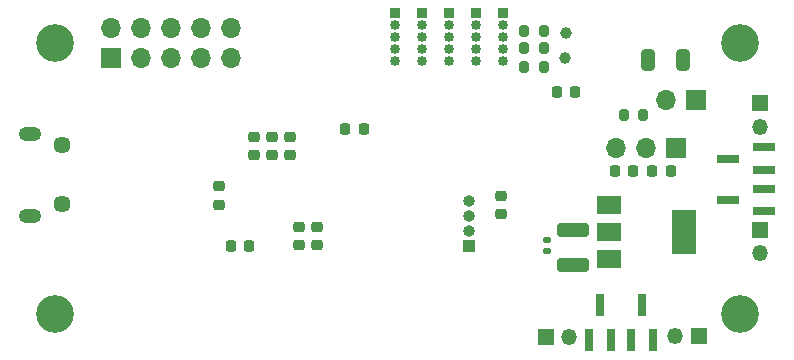
<source format=gbr>
G04 #@! TF.GenerationSoftware,KiCad,Pcbnew,(6.0.7)*
G04 #@! TF.CreationDate,2022-10-20T14:14:45-04:00*
G04 #@! TF.ProjectId,ECE477_PCB,45434534-3737-45f5-9043-422e6b696361,rev?*
G04 #@! TF.SameCoordinates,PX2daf690PY1aab7d8*
G04 #@! TF.FileFunction,Soldermask,Bot*
G04 #@! TF.FilePolarity,Negative*
%FSLAX46Y46*%
G04 Gerber Fmt 4.6, Leading zero omitted, Abs format (unit mm)*
G04 Created by KiCad (PCBNEW (6.0.7)) date 2022-10-20 14:14:45*
%MOMM*%
%LPD*%
G01*
G04 APERTURE LIST*
G04 Aperture macros list*
%AMRoundRect*
0 Rectangle with rounded corners*
0 $1 Rounding radius*
0 $2 $3 $4 $5 $6 $7 $8 $9 X,Y pos of 4 corners*
0 Add a 4 corners polygon primitive as box body*
4,1,4,$2,$3,$4,$5,$6,$7,$8,$9,$2,$3,0*
0 Add four circle primitives for the rounded corners*
1,1,$1+$1,$2,$3*
1,1,$1+$1,$4,$5*
1,1,$1+$1,$6,$7*
1,1,$1+$1,$8,$9*
0 Add four rect primitives between the rounded corners*
20,1,$1+$1,$2,$3,$4,$5,0*
20,1,$1+$1,$4,$5,$6,$7,0*
20,1,$1+$1,$6,$7,$8,$9,0*
20,1,$1+$1,$8,$9,$2,$3,0*%
G04 Aperture macros list end*
%ADD10RoundRect,0.225000X0.225000X0.250000X-0.225000X0.250000X-0.225000X-0.250000X0.225000X-0.250000X0*%
%ADD11O,1.700000X1.700000*%
%ADD12R,1.700000X1.700000*%
%ADD13R,1.350000X1.350000*%
%ADD14O,1.350000X1.350000*%
%ADD15R,1.000000X1.000000*%
%ADD16O,1.000000X1.000000*%
%ADD17C,1.450000*%
%ADD18O,1.900000X1.200000*%
%ADD19C,3.200000*%
%ADD20R,0.850000X0.850000*%
%ADD21O,0.850000X0.850000*%
%ADD22R,0.800000X1.900000*%
%ADD23R,1.900000X0.800000*%
%ADD24RoundRect,0.225000X-0.225000X-0.250000X0.225000X-0.250000X0.225000X0.250000X-0.225000X0.250000X0*%
%ADD25RoundRect,0.250000X-1.100000X0.325000X-1.100000X-0.325000X1.100000X-0.325000X1.100000X0.325000X0*%
%ADD26RoundRect,0.225000X-0.250000X0.225000X-0.250000X-0.225000X0.250000X-0.225000X0.250000X0.225000X0*%
%ADD27C,1.000000*%
%ADD28RoundRect,0.200000X-0.200000X-0.275000X0.200000X-0.275000X0.200000X0.275000X-0.200000X0.275000X0*%
%ADD29R,2.000000X1.500000*%
%ADD30R,2.000000X3.800000*%
%ADD31RoundRect,0.140000X-0.170000X0.140000X-0.170000X-0.140000X0.170000X-0.140000X0.170000X0.140000X0*%
%ADD32RoundRect,0.200000X0.200000X0.275000X-0.200000X0.275000X-0.200000X-0.275000X0.200000X-0.275000X0*%
%ADD33RoundRect,0.225000X0.250000X-0.225000X0.250000X0.225000X-0.250000X0.225000X-0.250000X-0.225000X0*%
%ADD34RoundRect,0.250000X-0.325000X-0.650000X0.325000X-0.650000X0.325000X0.650000X-0.325000X0.650000X0*%
G04 APERTURE END LIST*
D10*
X47575000Y-7700000D03*
X46025000Y-7700000D03*
D11*
X51039000Y-12389000D03*
X53579000Y-12389000D03*
D12*
X56119000Y-12389000D03*
D13*
X45080289Y-28397700D03*
D14*
X47080289Y-28397700D03*
D13*
X58039000Y-28378098D03*
D14*
X56039000Y-28378098D03*
D13*
X63246000Y-19336000D03*
D14*
X63246000Y-21336000D03*
D13*
X63246000Y-8642600D03*
D14*
X63246000Y-10642600D03*
D15*
X38608000Y-20701000D03*
D16*
X38608000Y-19431000D03*
X38608000Y-18161000D03*
X38608000Y-16891000D03*
D17*
X4116800Y-17200000D03*
X4116800Y-12200000D03*
D18*
X1416800Y-18200000D03*
X1416800Y-11200000D03*
D19*
X61500000Y-3500000D03*
X61500000Y-26500000D03*
X3500000Y-26500000D03*
X3500000Y-3500000D03*
D12*
X8280400Y-4790000D03*
D11*
X8280400Y-2250000D03*
X10820400Y-4790000D03*
X10820400Y-2250000D03*
X13360400Y-4790000D03*
X13360400Y-2250000D03*
X15900400Y-4790000D03*
X15900400Y-2250000D03*
X18440400Y-4790000D03*
X18440400Y-2250000D03*
D20*
X34608000Y-1022600D03*
D21*
X34608000Y-2022600D03*
X34608000Y-3022600D03*
X34608000Y-4022600D03*
X34608000Y-5022600D03*
D20*
X39205400Y-1022600D03*
D21*
X39205400Y-2022600D03*
X39205400Y-3022600D03*
X39205400Y-4022600D03*
X39205400Y-5022600D03*
D20*
X36919400Y-1022600D03*
D21*
X36919400Y-2022600D03*
X36919400Y-3022600D03*
X36919400Y-4022600D03*
X36919400Y-5022600D03*
D20*
X41491400Y-1022600D03*
D21*
X41491400Y-2022600D03*
X41491400Y-3022600D03*
X41491400Y-4022600D03*
X41491400Y-5022600D03*
D20*
X32296600Y-1022600D03*
D21*
X32296600Y-2022600D03*
X32296600Y-3022600D03*
X32296600Y-4022600D03*
X32296600Y-5022600D03*
D12*
X57785000Y-8382000D03*
D11*
X55245000Y-8382000D03*
D22*
X50619700Y-28698398D03*
X48719700Y-28698398D03*
X49669700Y-25698398D03*
D23*
X63540900Y-12366200D03*
X63540900Y-14266200D03*
X60540900Y-13316200D03*
D22*
X54152800Y-28695598D03*
X52252800Y-28695598D03*
X53202800Y-25695598D03*
D23*
X63539500Y-15858700D03*
X63539500Y-17758700D03*
X60539500Y-16808700D03*
D24*
X50914000Y-14351000D03*
X52464000Y-14351000D03*
D25*
X47371000Y-19353000D03*
X47371000Y-22303000D03*
D26*
X17439000Y-15672200D03*
X17439000Y-17222200D03*
D27*
X46750000Y-2670000D03*
D10*
X55639000Y-14351000D03*
X54089000Y-14351000D03*
D28*
X43259800Y-5540000D03*
X44909800Y-5540000D03*
D29*
X50444000Y-21858000D03*
X50444000Y-19558000D03*
X50444000Y-17258000D03*
D30*
X56744000Y-19558000D03*
D31*
X45212000Y-20221000D03*
X45212000Y-21181000D03*
D32*
X53339000Y-9652000D03*
X51689000Y-9652000D03*
D24*
X18429000Y-20765200D03*
X19979000Y-20765200D03*
D32*
X44905000Y-3995000D03*
X43255000Y-3995000D03*
D26*
X20360000Y-11494200D03*
X20360000Y-13044200D03*
X24170000Y-19101200D03*
X24170000Y-20651200D03*
D24*
X28094000Y-10859200D03*
X29644000Y-10859200D03*
D26*
X41249600Y-16471600D03*
X41249600Y-18021600D03*
D33*
X25694000Y-20651200D03*
X25694000Y-19101200D03*
X23408000Y-13044200D03*
X23408000Y-11494200D03*
X21884000Y-13044200D03*
X21884000Y-11494200D03*
D28*
X43259800Y-2480000D03*
X44909800Y-2480000D03*
D34*
X53719200Y-4953000D03*
X56669200Y-4953000D03*
D27*
X46680000Y-4790000D03*
M02*

</source>
